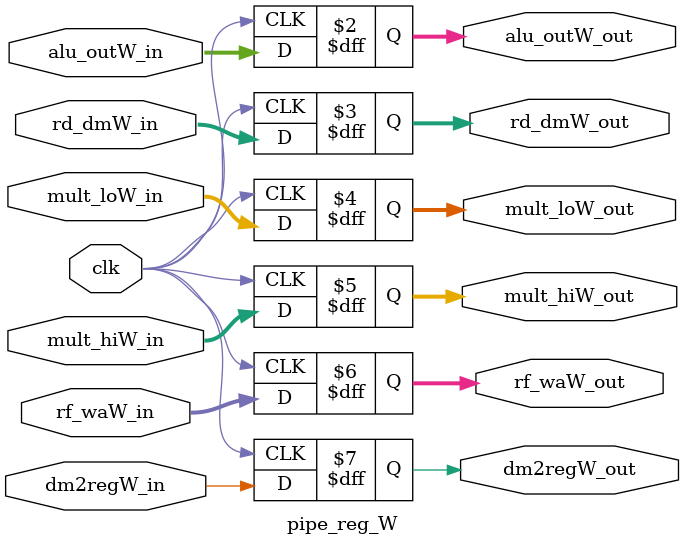
<source format=v>
`timescale 1ns / 1ps


module pipe_reg_D(
		input wire			clk,
		input wire [31:0] 	instrD_in,
		input wire [31:0]	pc_plus4D_in,
		output reg [31:0] 	instrD_out,
		output reg [31:0]	pc_plus4D_out 
    );
    
    always @ (posedge clk)begin
    	instrD_out 		<= instrD_in;
    	pc_plus4D_out 	<= pc_plus4D_in;
    end
endmodule

module pipe_reg_E(
		input wire			clk,
		input wire 			alu_ctrlE_in,
		input wire			alu_srcE_in,
		input wire			dm2regE_in,
		input wire			mult_enE_in,
		input wire			we_dmE_in,
		input wire			reg_dstE_in,
		input wire [31:0]	pc_plus4E_in,
		input wire [31:0]	alu_paE_in,
		input wire [31:0]	instrE_in,
		output reg			alu_ctrlE_out,
		output reg			alu_srcE_out,
		output reg			dm2regE_out,
		output reg			mult_enE_out,
		output reg			reg_dstE_out,
		output reg [31:0]	pc_plus4E_out,
		output reg [31:0]	alu_paE_out,
		output reg [31:0] 	instrE_out
	);
	
	always @ (posedge clk)begin
		alu_ctrlE_out 	<=	alu_ctrlE_in;
		alu_srcE_out 	<=	alu_srcE_in;
		dm2regE_out 	<=	dm2regE_in;
		mult_enE_out 	<=	mult_enE_in;
		reg_dstE_out 	<=	reg_dstE_in;
		pc_plus4E_out 	<=	pc_plus4E_in;
		alu_paE_out 	<=	alu_paE_in;
		instrE_out 		<=	instrE_in;
	end

endmodule

module pipe_reg_M(
		input wire			clk,
		input wire [31:0]	alu_outM_in,
		input wire [31:0]	wd_dmM_in,
		input wire			dm2regM_in,
		input wire			mult_enM_in,
		input wire			rf_waM_in,
		input wire			multM_in,
		input wire			pc_plus_brM_in,
		output reg [31:0]	alu_outM_out,
		output reg [31:0]	wd_dmM_out,
		output reg			dm2regM_out,
		output reg			mult_enM_out,
		output reg			rf_waM_out,
		output reg			multM_out,
		output reg			pc_plus_brM_out
	);
	
	always @ (posedge clk)begin
		alu_outM_out 	<=	alu_outM_in;
		wd_dmM_out 		<=	wd_dmM_in;
		dm2regM_out 	<=	dm2regM_in;
		mult_enM_out 	<=	mult_enM_in;
		rf_waM_out 		<=	rf_waM_in;
		multM_out 		<=	multM_in;
		pc_plus_brM_out <=	pc_plus_brM_in;
	end

endmodule

module pipe_reg_W(
		input wire			clk,
		input wire [31:0]	alu_outW_in,
		input wire [31:0]	rd_dmW_in,
		input wire [31:0]	mult_loW_in,
		input wire [31:0]	mult_hiW_in,
		input wire [4:0]	rf_waW_in,
		input wire 			dm2regW_in,
		output reg [31:0]	alu_outW_out,
		output reg [31:0]	rd_dmW_out,
		output reg [31:0]	mult_loW_out,
		output reg [31:0]	mult_hiW_out,
		output reg [4:0]	rf_waW_out,
		output reg 		dm2regW_out	
	);
	
	always @ (posedge clk)begin
		alu_outW_out 	<=	alu_outW_in;
		rd_dmW_out 		<=	rd_dmW_in;
		mult_loW_out 	<=	mult_loW_in;
		mult_hiW_out 	<=	mult_hiW_in;
		rf_waW_out 		<=	rf_waW_in;
		dm2regW_out 	<=	dm2regW_in;
	end
	
endmodule
</source>
